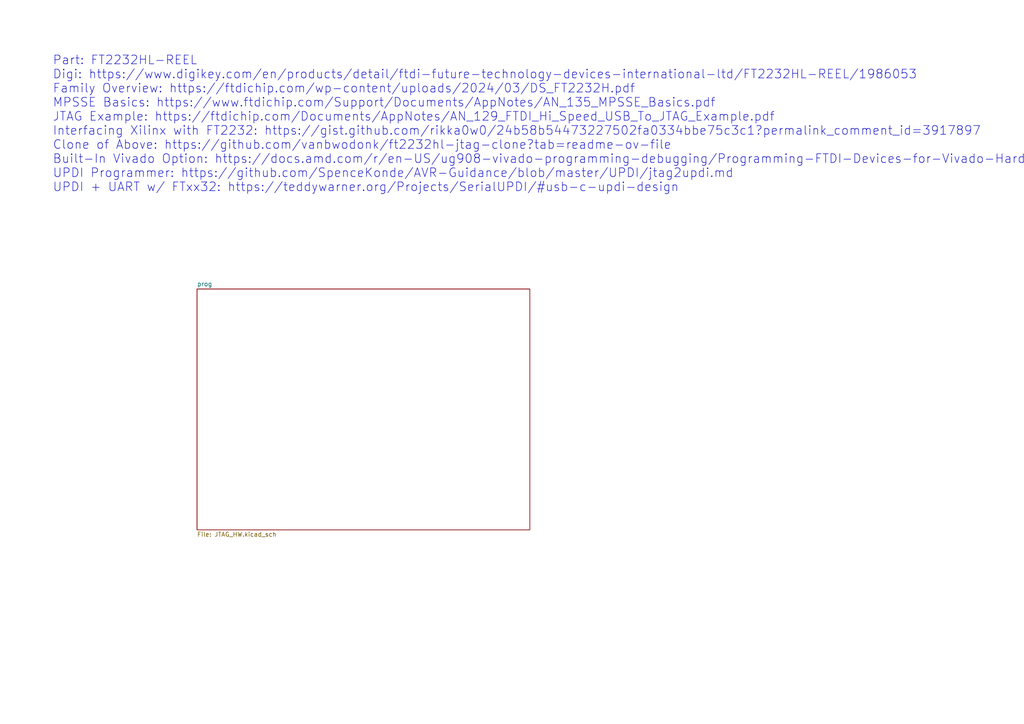
<source format=kicad_sch>
(kicad_sch (version 20230121) (generator eeschema)

  (uuid aaaf4408-e4eb-45ee-a27d-c2b42f2a1569)

  (paper "A4")

  (lib_symbols
  )


  (text "Part: FT2232HL-REEL\nDigi: https://www.digikey.com/en/products/detail/ftdi-future-technology-devices-international-ltd/FT2232HL-REEL/1986053\nFamily Overview: https://ftdichip.com/wp-content/uploads/2024/03/DS_FT2232H.pdf\nMPSSE Basics: https://www.ftdichip.com/Support/Documents/AppNotes/AN_135_MPSSE_Basics.pdf\nJTAG Example: https://ftdichip.com/Documents/AppNotes/AN_129_FTDI_Hi_Speed_USB_To_JTAG_Example.pdf\nInterfacing Xilinx with FT2232: https://gist.github.com/rikka0w0/24b58b54473227502fa0334bbe75c3c1?permalink_comment_id=3917897\nClone of Above: https://github.com/vanbwodonk/ft2232hl-jtag-clone?tab=readme-ov-file\nBuilt-In Vivado Option: https://docs.amd.com/r/en-US/ug908-vivado-programming-debugging/Programming-FTDI-Devices-for-Vivado-Hardware-Manager-Support\nUPDI Programmer: https://github.com/SpenceKonde/AVR-Guidance/blob/master/UPDI/jtag2updi.md\nUPDI + UART w/ FTxx32: https://teddywarner.org/Projects/SerialUPDI/#usb-c-updi-design"
    (at 15.24 55.88 0)
    (effects (font (size 2.54 2.54)) (justify left bottom))
    (uuid 3d972693-a305-4ee6-858a-fea84ffc57f0)
  )

  (sheet (at 57.15 83.82) (size 96.52 69.85) (fields_autoplaced)
    (stroke (width 0.1524) (type solid))
    (fill (color 0 0 0 0.0000))
    (uuid 1155aff1-def4-4854-ae66-7f7d5ef155d7)
    (property "Sheetname" "prog" (at 57.15 83.1084 0)
      (effects (font (size 1.27 1.27)) (justify left bottom))
    )
    (property "Sheetfile" "JTAG_HW.kicad_sch" (at 57.15 154.2546 0)
      (effects (font (size 1.27 1.27)) (justify left top))
    )
    (instances
      (project "programmer"
        (path "/aaaf4408-e4eb-45ee-a27d-c2b42f2a1569" (page "2"))
      )
    )
  )

  (sheet_instances
    (path "/" (page "1"))
  )
)

</source>
